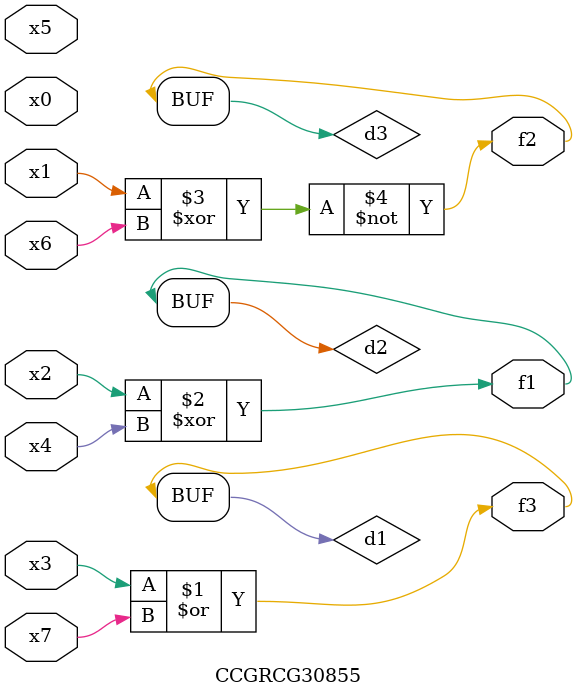
<source format=v>
module CCGRCG30855(
	input x0, x1, x2, x3, x4, x5, x6, x7,
	output f1, f2, f3
);

	wire d1, d2, d3;

	or (d1, x3, x7);
	xor (d2, x2, x4);
	xnor (d3, x1, x6);
	assign f1 = d2;
	assign f2 = d3;
	assign f3 = d1;
endmodule

</source>
